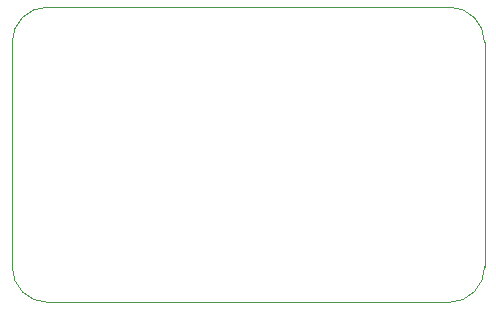
<source format=gbr>
G04 #@! TF.GenerationSoftware,KiCad,Pcbnew,7.0.8*
G04 #@! TF.CreationDate,2024-01-11T23:18:01-05:00*
G04 #@! TF.ProjectId,cm300-board,636d3330-302d-4626-9f61-72642e6b6963,rev?*
G04 #@! TF.SameCoordinates,Original*
G04 #@! TF.FileFunction,Profile,NP*
%FSLAX46Y46*%
G04 Gerber Fmt 4.6, Leading zero omitted, Abs format (unit mm)*
G04 Created by KiCad (PCBNEW 7.0.8) date 2024-01-11 23:18:01*
%MOMM*%
%LPD*%
G01*
G04 APERTURE LIST*
G04 #@! TA.AperFunction,Profile*
%ADD10C,0.050000*%
G04 #@! TD*
G04 APERTURE END LIST*
D10*
X-1006000000Y1037000000D02*
X-1006000000Y1056000000D01*
X-969000000Y1034000000D02*
X-1003000000Y1034000000D01*
X-1003000000Y1059000000D02*
X-969000000Y1059000000D01*
X-1003000000Y1059000000D02*
G75*
G03*
X-1006000000Y1056000000I1J-3000001D01*
G01*
X-966000000Y1056000000D02*
G75*
G03*
X-969000000Y1059000000I-3000001J-1D01*
G01*
X-1006000000Y1037000000D02*
G75*
G03*
X-1003000000Y1034000000I3000001J1D01*
G01*
X-966000000Y1056000000D02*
X-966000000Y1037000000D01*
X-969000000Y1034000000D02*
G75*
G03*
X-966000000Y1037000000I-1J3000001D01*
G01*
M02*

</source>
